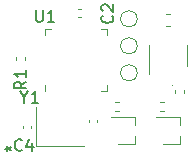
<source format=gbr>
%TF.GenerationSoftware,KiCad,Pcbnew,(6.0.0-rc1-310-gf24bdf4067)*%
%TF.CreationDate,2021-12-08T00:21:50+09:00*%
%TF.ProjectId,ykts-mcu-node,796b7473-2d6d-4637-952d-6e6f64652e6b,rev?*%
%TF.SameCoordinates,Original*%
%TF.FileFunction,Legend,Top*%
%TF.FilePolarity,Positive*%
%FSLAX46Y46*%
G04 Gerber Fmt 4.6, Leading zero omitted, Abs format (unit mm)*
G04 Created by KiCad (PCBNEW (6.0.0-rc1-310-gf24bdf4067)) date 2021-12-08 00:21:50*
%MOMM*%
%LPD*%
G01*
G04 APERTURE LIST*
%ADD10C,0.150000*%
%ADD11C,0.120000*%
%ADD12C,0.100000*%
G04 APERTURE END LIST*
D10*
X102576380Y-89662000D02*
X102814476Y-89662000D01*
X102719238Y-89900095D02*
X102814476Y-89662000D01*
X102719238Y-89423904D01*
X103004952Y-89804857D02*
X102814476Y-89662000D01*
X103004952Y-89519142D01*
%TO.C,C2*%
X111609142Y-78398666D02*
X111656761Y-78446285D01*
X111704380Y-78589142D01*
X111704380Y-78684380D01*
X111656761Y-78827238D01*
X111561523Y-78922476D01*
X111466285Y-78970095D01*
X111275809Y-79017714D01*
X111132952Y-79017714D01*
X110942476Y-78970095D01*
X110847238Y-78922476D01*
X110752000Y-78827238D01*
X110704380Y-78684380D01*
X110704380Y-78589142D01*
X110752000Y-78446285D01*
X110799619Y-78398666D01*
X110799619Y-78017714D02*
X110752000Y-77970095D01*
X110704380Y-77874857D01*
X110704380Y-77636761D01*
X110752000Y-77541523D01*
X110799619Y-77493904D01*
X110894857Y-77446285D01*
X110990095Y-77446285D01*
X111132952Y-77493904D01*
X111704380Y-78065333D01*
X111704380Y-77446285D01*
%TO.C,C4*%
X103973333Y-89765142D02*
X103925714Y-89812761D01*
X103782857Y-89860380D01*
X103687619Y-89860380D01*
X103544761Y-89812761D01*
X103449523Y-89717523D01*
X103401904Y-89622285D01*
X103354285Y-89431809D01*
X103354285Y-89288952D01*
X103401904Y-89098476D01*
X103449523Y-89003238D01*
X103544761Y-88908000D01*
X103687619Y-88860380D01*
X103782857Y-88860380D01*
X103925714Y-88908000D01*
X103973333Y-88955619D01*
X104830476Y-89193714D02*
X104830476Y-89860380D01*
X104592380Y-88812761D02*
X104354285Y-89527047D01*
X104973333Y-89527047D01*
%TO.C,R1*%
X104338380Y-83986666D02*
X103862190Y-84320000D01*
X104338380Y-84558095D02*
X103338380Y-84558095D01*
X103338380Y-84177142D01*
X103386000Y-84081904D01*
X103433619Y-84034285D01*
X103528857Y-83986666D01*
X103671714Y-83986666D01*
X103766952Y-84034285D01*
X103814571Y-84081904D01*
X103862190Y-84177142D01*
X103862190Y-84558095D01*
X104338380Y-83034285D02*
X104338380Y-83605714D01*
X104338380Y-83320000D02*
X103338380Y-83320000D01*
X103481238Y-83415238D01*
X103576476Y-83510476D01*
X103624095Y-83605714D01*
%TO.C,U1*%
X105156095Y-77938380D02*
X105156095Y-78747904D01*
X105203714Y-78843142D01*
X105251333Y-78890761D01*
X105346571Y-78938380D01*
X105537047Y-78938380D01*
X105632285Y-78890761D01*
X105679904Y-78843142D01*
X105727523Y-78747904D01*
X105727523Y-77938380D01*
X106727523Y-78938380D02*
X106156095Y-78938380D01*
X106441809Y-78938380D02*
X106441809Y-77938380D01*
X106346571Y-78081238D01*
X106251333Y-78176476D01*
X106156095Y-78224095D01*
%TO.C,Y1*%
X104171809Y-85320190D02*
X104171809Y-85796380D01*
X103838476Y-84796380D02*
X104171809Y-85320190D01*
X104505142Y-84796380D01*
X105362285Y-85796380D02*
X104790857Y-85796380D01*
X105076571Y-85796380D02*
X105076571Y-84796380D01*
X104981333Y-84939238D01*
X104886095Y-85034476D01*
X104790857Y-85082095D01*
D11*
%TO.C,C1*%
X116472580Y-78230000D02*
X116191420Y-78230000D01*
X116472580Y-79250000D02*
X116191420Y-79250000D01*
%TO.C,C2*%
X108946836Y-77807000D02*
X108731164Y-77807000D01*
X108946836Y-78527000D02*
X108731164Y-78527000D01*
%TO.C,C4*%
X104754000Y-87926836D02*
X104754000Y-87711164D01*
X104034000Y-87926836D02*
X104034000Y-87711164D01*
D12*
%TO.C,D1*%
X116710000Y-84328000D02*
G75*
G03*
X116710000Y-84328000I-50000J0D01*
G01*
D11*
%TO.C,R1*%
X103506000Y-82195641D02*
X103506000Y-81888359D01*
X104266000Y-82195641D02*
X104266000Y-81888359D01*
%TO.C,R4*%
X117728000Y-84989641D02*
X117728000Y-84682359D01*
X116968000Y-84989641D02*
X116968000Y-84682359D01*
%TO.C,SW1*%
X114722000Y-80888000D02*
X114722000Y-83338000D01*
X117942000Y-82688000D02*
X117942000Y-80888000D01*
%TO.C,TP1*%
X113730000Y-80961000D02*
G75*
G03*
X113730000Y-80961000I-700000J0D01*
G01*
%TO.C,TP2*%
X113730000Y-83247000D02*
G75*
G03*
X113730000Y-83247000I-700000J0D01*
G01*
%TO.C,TP3*%
X113730000Y-78675000D02*
G75*
G03*
X113730000Y-78675000I-700000J0D01*
G01*
%TO.C,U1*%
X111172000Y-84306000D02*
X111172000Y-84781000D01*
X105952000Y-79561000D02*
X106427000Y-79561000D01*
X111172000Y-84781000D02*
X110697000Y-84781000D01*
X105952000Y-84306000D02*
X105952000Y-84781000D01*
X105952000Y-80036000D02*
X105952000Y-79561000D01*
X111172000Y-80036000D02*
X111172000Y-79561000D01*
X111172000Y-79561000D02*
X110697000Y-79561000D01*
%TO.C,Y1*%
X105188000Y-89469000D02*
X109188000Y-89469000D01*
X105188000Y-86169000D02*
X105188000Y-89469000D01*
%TO.C,C3*%
X109622000Y-87203164D02*
X109622000Y-87418836D01*
X110342000Y-87203164D02*
X110342000Y-87418836D01*
%TO.C,R2*%
X115670359Y-85726000D02*
X115977641Y-85726000D01*
X115670359Y-86486000D02*
X115977641Y-86486000D01*
%TO.C,Q2*%
X113506000Y-86978000D02*
X111476000Y-86978000D01*
X112096000Y-89298000D02*
X113506000Y-89298000D01*
X113506000Y-88638000D02*
X113506000Y-89298000D01*
X113506000Y-86978000D02*
X113506000Y-87638000D01*
%TO.C,Q1*%
X115906000Y-89298000D02*
X117316000Y-89298000D01*
X117316000Y-86978000D02*
X115286000Y-86978000D01*
X117316000Y-86978000D02*
X117316000Y-87638000D01*
X117316000Y-88638000D02*
X117316000Y-89298000D01*
%TO.C,R3*%
X111860359Y-85726000D02*
X112167641Y-85726000D01*
X111860359Y-86486000D02*
X112167641Y-86486000D01*
%TD*%
M02*

</source>
